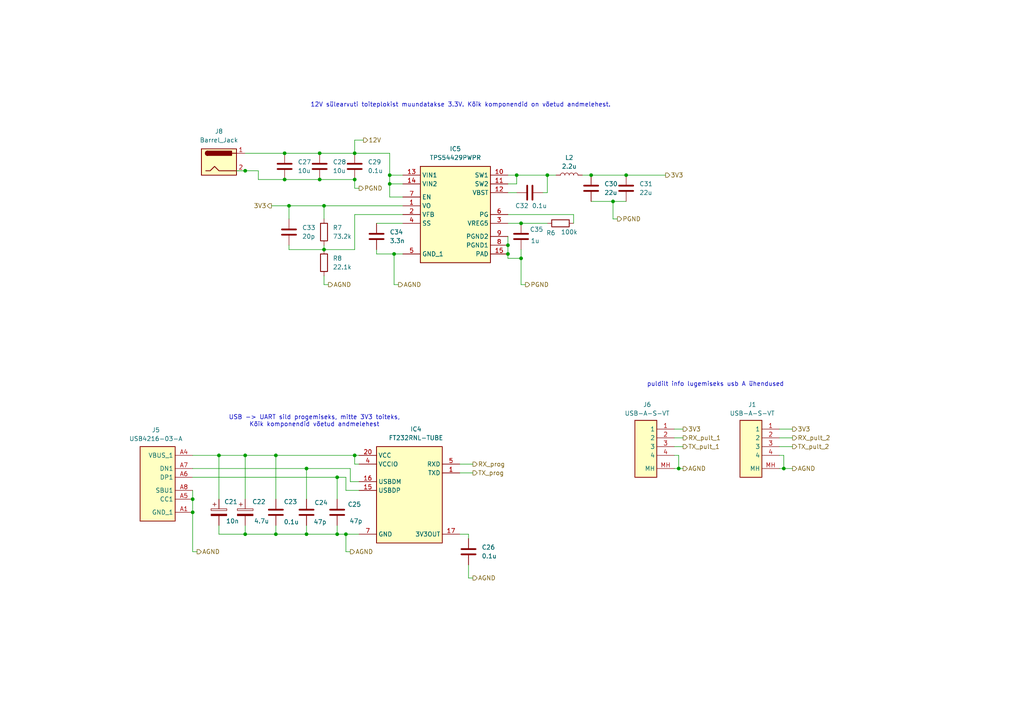
<source format=kicad_sch>
(kicad_sch (version 20250114) (generator "eeschema") (generator_version "9.0")
  (paper "A4")
  (lib_symbols
    (symbol "Connector:Barrel_Jack" (pin_names (offset 1.016))
      (property "Reference" "J8" (at 0 8.89 0))
      (property "Value" "Barrel_Jack" (at 0 6.35 0))
      (symbol "Barrel_Jack_0_1"
        (rectangle (start -5.08 3.81) (end 5.08 -3.81) (stroke (width 0.254)) (fill (type background)))
        (polyline (pts (xy -3.81 -2.54) (xy -2.54 -2.54) (xy -1.27 -1.27) (xy 0 -2.54) (xy 2.54 -2.54) (xy 5.08 -2.54)) (stroke (width 0.254)))
        (arc (start -3.302 1.905) (mid -3.9343 2.54) (end -3.302 3.175) (stroke (width 0.254)))
        (arc (start -3.302 1.905) (mid -3.9343 2.54) (end -3.302 3.175) (stroke (width 0.254)) (fill (type outline)))
        (rectangle (start 3.683 3.175) (end -3.302 1.905) (stroke (width 0.254)) (fill (type outline)))
        (polyline (pts (xy 5.08 2.54) (xy 3.81 2.54)) (stroke (width 0.254)))
      )
      (symbol "Barrel_Jack_1_1"
        (pin power_out line (at 7.62 2.54 180) (length 2.54) (name "~") (number "1"))
        (pin power_out line (at 7.62 -2.54 180) (length 2.54) (name "~") (number "2"))
      )
    )
    (symbol "Device:C" (pin_numbers (hide yes)) (pin_names (offset 0.254))
      (property "Reference" "C" (at 0.635 2.54 0))
      (property "Value" "C" (at 0.635 -2.54 0))
      (symbol "C_0_1"
        (polyline (pts (xy -2.032 0.762) (xy 2.032 0.762)) (stroke (width 0.508)))
        (polyline (pts (xy -2.032 -0.762) (xy 2.032 -0.762)) (stroke (width 0.508)))
      )
      (symbol "C_1_1"
        (pin passive line (at 0 3.81 270) (length 2.794) (name "~") (number "1"))
        (pin passive line (at 0 -3.81 90) (length 2.794) (name "~") (number "2"))
      )
    )
    (symbol "Device:C_Polarized" (pin_numbers (hide yes)) (pin_names (offset 0.254))
      (property "Reference" "C" (at 0.635 2.54 0))
      (property "Value" "C_Polarized" (at 0.635 -2.54 0))
      (symbol "C_Polarized_0_1"
        (rectangle (start -2.286 0.508) (end 2.286 1.016))
        (polyline (pts (xy -1.778 2.286) (xy -0.762 2.286)))
        (polyline (pts (xy -1.27 2.794) (xy -1.27 1.778)))
        (rectangle (start 2.286 -0.508) (end -2.286 -1.016) (fill (type outline)))
      )
      (symbol "C_Polarized_1_1"
        (pin passive line (at 0 3.81 270) (length 2.794) (name "~") (number "1"))
        (pin passive line (at 0 -3.81 90) (length 2.794) (name "~") (number "2"))
      )
    )
    (symbol "Device:L" (pin_numbers (hide yes)) (pin_names (offset 1.016) (hide yes))
      (property "Reference" "L" (at -1.27 0 90))
      (property "Value" "L" (at 1.905 0 90))
      (symbol "L_0_1"
        (arc (start 0 2.54) (mid 0.6323 1.905) (end 0 1.27))
        (arc (start 0 1.27) (mid 0.6323 0.635) (end 0 0))
        (arc (start 0 0) (mid 0.6323 -0.635) (end 0 -1.27))
        (arc (start 0 -1.27) (mid 0.6323 -1.905) (end 0 -2.54))
      )
      (symbol "L_1_1"
        (pin passive line (at 0 3.81 270) (length 1.27) (name "1") (number "1"))
        (pin passive line (at 0 -3.81 90) (length 1.27) (name "2") (number "2"))
      )
    )
    (symbol "Device:R" (pin_numbers (hide yes)) (pin_names (offset 0))
      (property "Reference" "R" (at 2.032 0 90))
      (property "Value" "R" (at 0 0 90))
      (symbol "R_0_1"
        (rectangle (start -1.016 -2.54) (end 1.016 2.54) (stroke (width 0.254)))
      )
      (symbol "R_1_1"
        (pin passive line (at 0 3.81 270) (length 1.27) (name "~") (number "1"))
        (pin passive line (at 0 -3.81 90) (length 1.27) (name "~") (number "2"))
      )
    )
    (symbol "FT232RNL-TUBE:FT232RNL-TUBE"
      (property "Reference" "IC4" (at 16.51 7.62 0))
      (property "Value" "FT232RNL-TUBE" (at 16.51 5.08 0))
      (symbol "FT232RNL-TUBE_1_1"
        (rectangle (start 5.08 2.54) (end 24.13 -25.4) (stroke (width 0.254)) (fill (type background)))
        (pin passive line (at 0 0 0) (length 5.08) (name "VCC") (number "20"))
        (pin passive line (at 0 -2.54 0) (length 5.08) (name "VCCIO") (number "4"))
        (pin bidirectional line (at 0 -7.62 0) (length 5.08) (name "USBDM") (number "16"))
        (pin bidirectional line (at 0 -10.16 0) (length 5.08) (name "USBDP") (number "15"))
        (pin no_connect line (at 0 -20.32 0) (length 5.08) (hide yes) (name "RESET#") (number "19"))
        (pin no_connect line (at 0 -20.32 0) (length 5.08) (hide yes) (name "NC_2") (number "24"))
        (pin no_connect line (at 0 -20.32 0) (length 5.08) (hide yes) (name "OSCI") (number "27"))
        (pin no_connect line (at 0 -20.32 0) (length 5.08) (hide yes) (name "NC_1") (number "8"))
        (pin power_in line (at 0 -22.86 0) (length 5.08) (hide yes) (name "GND_2") (number "18"))
        (pin power_in line (at 0 -22.86 0) (length 5.08) (hide yes) (name "GND_3") (number "21"))
        (pin power_in line (at 0 -22.86 0) (length 5.08) (hide yes) (name "AGND") (number "25"))
        (pin power_in line (at 0 -22.86 0) (length 5.08) (hide yes) (name "TEST") (number "26"))
        (pin power_in line (at 0 -22.86 0) (length 5.08) (hide yes) (name "OSCO") (number "28"))
        (pin power_in line (at 0 -22.86 0) (length 5.08) (name "GND") (number "7"))
        (pin bidirectional line (at 29.21 -2.54 180) (length 5.08) (name "RXD") (number "5"))
        (pin bidirectional line (at 29.21 -5.08 180) (length 5.08) (name "TXD") (number "1"))
        (pin no_connect line (at 29.21 -15.24 180) (length 5.08) (hide yes) (name "CTS#") (number "11"))
        (pin no_connect line (at 29.21 -15.24 180) (length 5.08) (hide yes) (name "CBUS2") (number "13"))
        (pin no_connect line (at 29.21 -15.24 180) (length 5.08) (hide yes) (name "CBUS0") (number "23"))
        (pin no_connect line (at 29.21 -15.24 180) (length 5.08) (hide yes) (name "RTS#") (number "3"))
        (pin no_connect line (at 29.21 -15.24 180) (length 5.08) (hide yes) (name "DSR#") (number "9"))
        (pin no_connect line (at 29.21 -17.78 180) (length 5.08) (hide yes) (name "DCD#") (number "10"))
        (pin no_connect line (at 29.21 -17.78 180) (length 5.08) (hide yes) (name "CBUS4") (number "12"))
        (pin no_connect line (at 29.21 -17.78 180) (length 5.08) (hide yes) (name "CBUS3") (number "14"))
        (pin no_connect line (at 29.21 -17.78 180) (length 5.08) (hide yes) (name "DTR#") (number "2"))
        (pin no_connect line (at 29.21 -17.78 180) (length 5.08) (hide yes) (name "CBUS1") (number "22"))
        (pin no_connect line (at 29.21 -17.78 180) (length 5.08) (hide yes) (name "RI#") (number "6"))
        (pin power_out line (at 29.21 -22.86 180) (length 5.08) (name "3V3OUT") (number "17"))
      )
    )
    (symbol "TPS54429PWPR:TPS54429PWPR"
      (property "Reference" "IC5" (at 15.24 7.62 0))
      (property "Value" "TPS54429PWPR" (at 15.24 5.08 0))
      (symbol "TPS54429PWPR_1_1"
        (rectangle (start 5.08 2.54) (end 25.4 -25.4) (stroke (width 0.254)) (fill (type background)))
        (pin power_in line (at 0 0 0) (length 5.08) (name "VIN1") (number "13"))
        (pin power_in line (at 0 -2.54 0) (length 5.08) (name "VIN2") (number "14"))
        (pin input line (at 0 -6.35 0) (length 5.08) (name "EN") (number "7"))
        (pin input line (at 0 -8.89 0) (length 5.08) (name "VO") (number "1"))
        (pin input line (at 0 -11.43 0) (length 5.08) (name "VFB") (number "2"))
        (pin input line (at 0 -13.97 0) (length 5.08) (name "SS") (number "4"))
        (pin power_in line (at 0 -22.86 0) (length 5.08) (name "GND_1") (number "5"))
        (pin bidirectional line (at 30.48 0 180) (length 5.08) (name "SW1") (number "10"))
        (pin bidirectional line (at 30.48 -2.54 180) (length 5.08) (name "SW2") (number "11"))
        (pin passive line (at 30.48 -5.08 180) (length 5.08) (name "VBST") (number "12"))
        (pin passive line (at 30.48 -11.43 180) (length 5.08) (name "PG") (number "6"))
        (pin passive line (at 30.48 -13.97 180) (length 5.08) (name "VREG5") (number "3"))
        (pin bidirectional line (at 30.48 -17.78 180) (length 5.08) (name "PGND2") (number "9"))
        (pin bidirectional line (at 30.48 -20.32 180) (length 5.08) (name "PGND1") (number "8"))
        (pin bidirectional line (at 30.48 -22.86 180) (length 5.08) (name "PAD") (number "15"))
      )
    )
    (symbol "USB-A-S-VT_1"
      (property "Reference" "J6" (at 14.986 7.112 0))
      (property "Value" "USB-A-S-VT" (at 14.986 4.572 0))
      (symbol "USB-A-S-VT_1_1_1"
        (rectangle (start 11.43 2.54) (end 17.78 -13.97) (stroke (width 0.254)) (fill (type background)))
        (pin power_in line (at 22.86 0 180) (length 5.08) (name "1") (number "1"))
        (pin bidirectional line (at 22.86 -2.54 180) (length 5.08) (name "2") (number "2"))
        (pin bidirectional line (at 22.86 -5.08 180) (length 5.08) (name "3") (number "3"))
        (pin power_in line (at 22.86 -7.62 180) (length 5.08) (name "4") (number "4"))
        (pin power_in line (at 22.86 -11.43 180) (length 5.08) (name "MH") (number "MH"))
        (pin power_in line (at 22.86 -11.43 180) (length 5.08) (hide yes) (name "MH1") (number "MH1"))
      )
    )
    (symbol "USB4216-03-A:USB4216-03-A"
      (property "Reference" "J5" (at 22.352 7.366 0))
      (property "Value" "USB4216-03-A" (at 22.352 4.826 0))
      (symbol "USB4216-03-A_1_1"
        (rectangle (start 17.78 2.54) (end 27.94 -19.05) (stroke (width 0.254)) (fill (type background)))
        (pin passive line (at 33.02 0 180) (length 5.08) (name "VBUS_1") (number "A4"))
        (pin passive line (at 33.02 0 180) (length 5.08) (hide yes) (name "VBUS_2") (number "B4"))
        (pin bidirectional line (at 33.02 -3.81 180) (length 5.08) (name "DN1") (number "A7"))
        (pin bidirectional line (at 33.02 -3.81 180) (length 5.08) (hide yes) (name "DN2") (number "B7"))
        (pin bidirectional line (at 33.02 -6.35 180) (length 5.08) (name "DP1") (number "A6"))
        (pin bidirectional line (at 33.02 -6.35 180) (length 5.08) (hide yes) (name "DP2") (number "B6"))
        (pin bidirectional line (at 33.02 -10.16 180) (length 5.08) (name "SBU1") (number "A8"))
        (pin bidirectional line (at 33.02 -10.16 180) (length 5.08) (hide yes) (name "SBU2") (number "B8"))
        (pin bidirectional line (at 33.02 -12.7 180) (length 5.08) (name "CC1") (number "A5"))
        (pin bidirectional line (at 33.02 -12.7 180) (length 5.08) (hide yes) (name "CC2") (number "B5"))
        (pin passive line (at 33.02 -16.51 180) (length 5.08) (name "GND_1") (number "A1"))
        (pin passive line (at 33.02 -16.51 180) (length 5.08) (hide yes) (name "GND_2") (number "B1"))
        (pin passive line (at 33.02 -16.51 180) (length 5.08) (hide yes) (name "GND_3") (number "G1"))
        (pin passive line (at 33.02 -16.51 180) (length 5.08) (hide yes) (name "GND_4") (number "G2"))
        (pin passive line (at 33.02 -16.51 180) (length 5.08) (hide yes) (name "GND_5") (number "G3"))
        (pin passive line (at 33.02 -16.51 180) (length 5.08) (hide yes) (name "GND_6") (number "G4"))
      )
    )
  )
  (text "12V sülearvuti toiteplokist muundatakse 3.3V. Kõik komponendid on võetud andmelehest." (at 133.604 30.48 0) (effects (font (size 1.27 1.27))))
  (text "USB -> UART sild progemiseks, mitte 3V3 toiteks,\nKõik komponendid võetud andmelehest" (at 91.186 122.174 0) (effects (font (size 1.27 1.27))))
  (text "puldilt info lugemiseks usb A ühendused" (at 207.518 111.506 0) (effects (font (size 1.27 1.27))))
  (junction (at 71.12 49.53))
  (junction (at 71.12 154.94))
  (junction (at 82.55 52.07))
  (junction (at 88.9 154.94))
  (junction (at 100.33 154.94))
  (junction (at 102.87 52.07))
  (junction (at 97.79 138.43))
  (junction (at 63.5 132.08))
  (junction (at 93.98 59.69))
  (junction (at 177.8 58.42))
  (junction (at 147.32 73.66))
  (junction (at 92.71 52.07))
  (junction (at 113.03 50.8))
  (junction (at 71.12 132.08))
  (junction (at 102.87 132.08))
  (junction (at 97.79 154.94))
  (junction (at 181.61 50.8))
  (junction (at 171.45 50.8))
  (junction (at 147.32 71.12))
  (junction (at 83.82 59.69))
  (junction (at 151.13 74.93))
  (junction (at 158.75 50.8))
  (junction (at 55.88 144.78))
  (junction (at 80.01 154.94))
  (junction (at 92.71 44.45))
  (junction (at 55.88 148.59))
  (junction (at 80.01 132.08))
  (junction (at 196.85 135.89))
  (junction (at 149.86 50.8))
  (junction (at 113.03 53.34))
  (junction (at 102.87 44.45))
  (junction (at 88.9 135.89))
  (junction (at 93.98 72.39))
  (junction (at 151.13 64.77))
  (junction (at 227.33 135.89))
  (junction (at 114.3 73.66))
  (junction (at 82.55 44.45))
  (wire (pts (xy 104.14 134.62) (xy 102.87 134.62)))
  (wire (pts (xy 55.88 132.08) (xy 63.5 132.08)))
  (wire (pts (xy 147.32 62.23) (xy 166.37 62.23)))
  (wire (pts (xy 147.32 50.8) (xy 149.86 50.8)))
  (wire (pts (xy 55.88 135.89) (xy 88.9 135.89)))
  (wire (pts (xy 133.35 137.16) (xy 137.16 137.16)))
  (wire (pts (xy 102.87 44.45) (xy 113.03 44.45)))
  (wire (pts (xy 177.8 63.5) (xy 179.07 63.5)))
  (wire (pts (xy 109.22 73.66) (xy 114.3 73.66)))
  (wire (pts (xy 116.84 59.69) (xy 93.98 59.69)))
  (wire (pts (xy 158.75 55.88) (xy 158.75 50.8)))
  (wire (pts (xy 147.32 71.12) (xy 147.32 73.66)))
  (wire (pts (xy 195.58 135.89) (xy 196.85 135.89)))
  (wire (pts (xy 80.01 132.08) (xy 102.87 132.08)))
  (wire (pts (xy 63.5 154.94) (xy 71.12 154.94)))
  (wire (pts (xy 196.85 135.89) (xy 198.12 135.89)))
  (wire (pts (xy 55.88 144.78) (xy 55.88 148.59)))
  (wire (pts (xy 151.13 64.77) (xy 158.75 64.77)))
  (wire (pts (xy 227.33 132.08) (xy 227.33 135.89)))
  (wire (pts (xy 102.87 52.07) (xy 102.87 54.61)))
  (wire (pts (xy 133.35 154.94) (xy 135.89 154.94)))
  (wire (pts (xy 71.12 44.45) (xy 82.55 44.45)))
  (wire (pts (xy 102.87 54.61) (xy 104.14 54.61)))
  (wire (pts (xy 195.58 132.08) (xy 196.85 132.08)))
  (wire (pts (xy 100.33 160.02) (xy 101.6 160.02)))
  (wire (pts (xy 74.93 49.53) (xy 74.93 52.07)))
  (wire (pts (xy 82.55 44.45) (xy 92.71 44.45)))
  (wire (pts (xy 102.87 40.64) (xy 105.41 40.64)))
  (wire (pts (xy 226.06 132.08) (xy 227.33 132.08)))
  (wire (pts (xy 88.9 135.89) (xy 101.6 135.89)))
  (wire (pts (xy 135.89 167.64) (xy 137.16 167.64)))
  (wire (pts (xy 166.37 62.23) (xy 166.37 64.77)))
  (wire (pts (xy 226.06 124.46) (xy 229.87 124.46)))
  (wire (pts (xy 102.87 62.23) (xy 116.84 62.23)))
  (wire (pts (xy 227.33 135.89) (xy 229.87 135.89)))
  (wire (pts (xy 226.06 129.54) (xy 229.87 129.54)))
  (wire (pts (xy 83.82 71.12) (xy 83.82 72.39)))
  (wire (pts (xy 147.32 64.77) (xy 151.13 64.77)))
  (wire (pts (xy 93.98 80.01) (xy 93.98 82.55)))
  (wire (pts (xy 63.5 132.08) (xy 63.5 144.78)))
  (wire (pts (xy 88.9 135.89) (xy 88.9 144.78)))
  (wire (pts (xy 63.5 154.94) (xy 63.5 152.4)))
  (wire (pts (xy 102.87 132.08) (xy 104.14 132.08)))
  (wire (pts (xy 93.98 72.39) (xy 93.98 71.12)))
  (wire (pts (xy 88.9 154.94) (xy 88.9 152.4)))
  (wire (pts (xy 147.32 74.93) (xy 151.13 74.93)))
  (wire (pts (xy 168.91 50.8) (xy 171.45 50.8)))
  (wire (pts (xy 97.79 154.94) (xy 100.33 154.94)))
  (wire (pts (xy 109.22 64.77) (xy 116.84 64.77)))
  (wire (pts (xy 93.98 72.39) (xy 102.87 72.39)))
  (wire (pts (xy 80.01 154.94) (xy 88.9 154.94)))
  (wire (pts (xy 92.71 52.07) (xy 102.87 52.07)))
  (wire (pts (xy 196.85 132.08) (xy 196.85 135.89)))
  (wire (pts (xy 114.3 73.66) (xy 116.84 73.66)))
  (wire (pts (xy 68.58 49.53) (xy 71.12 49.53)))
  (wire (pts (xy 226.06 127) (xy 229.87 127)))
  (wire (pts (xy 102.87 44.45) (xy 102.87 40.64)))
  (wire (pts (xy 100.33 142.24) (xy 104.14 142.24)))
  (wire (pts (xy 151.13 74.93) (xy 151.13 82.55)))
  (wire (pts (xy 195.58 127) (xy 198.12 127)))
  (wire (pts (xy 97.79 138.43) (xy 100.33 138.43)))
  (wire (pts (xy 114.3 73.66) (xy 114.3 82.55)))
  (wire (pts (xy 83.82 59.69) (xy 93.98 59.69)))
  (wire (pts (xy 135.89 163.83) (xy 135.89 167.64)))
  (wire (pts (xy 83.82 63.5) (xy 83.82 59.69)))
  (wire (pts (xy 149.86 50.8) (xy 149.86 53.34)))
  (wire (pts (xy 157.48 55.88) (xy 158.75 55.88)))
  (wire (pts (xy 181.61 50.8) (xy 193.04 50.8)))
  (wire (pts (xy 113.03 50.8) (xy 113.03 53.34)))
  (wire (pts (xy 97.79 154.94) (xy 97.79 152.4)))
  (wire (pts (xy 97.79 138.43) (xy 97.79 144.78)))
  (wire (pts (xy 151.13 72.39) (xy 151.13 74.93)))
  (wire (pts (xy 71.12 49.53) (xy 74.93 49.53)))
  (wire (pts (xy 147.32 68.58) (xy 147.32 71.12)))
  (wire (pts (xy 102.87 132.08) (xy 102.87 134.62)))
  (wire (pts (xy 71.12 132.08) (xy 71.12 144.78)))
  (wire (pts (xy 226.06 135.89) (xy 227.33 135.89)))
  (wire (pts (xy 109.22 72.39) (xy 109.22 73.66)))
  (wire (pts (xy 147.32 73.66) (xy 147.32 74.93)))
  (wire (pts (xy 195.58 129.54) (xy 198.12 129.54)))
  (wire (pts (xy 158.75 50.8) (xy 161.29 50.8)))
  (wire (pts (xy 55.88 142.24) (xy 55.88 144.78)))
  (wire (pts (xy 93.98 82.55) (xy 95.25 82.55)))
  (wire (pts (xy 177.8 58.42) (xy 181.61 58.42)))
  (wire (pts (xy 177.8 58.42) (xy 177.8 63.5)))
  (wire (pts (xy 92.71 44.45) (xy 102.87 44.45)))
  (wire (pts (xy 102.87 72.39) (xy 102.87 62.23)))
  (wire (pts (xy 149.86 50.8) (xy 158.75 50.8)))
  (wire (pts (xy 113.03 53.34) (xy 113.03 57.15)))
  (wire (pts (xy 133.35 134.62) (xy 137.16 134.62)))
  (wire (pts (xy 78.74 59.69) (xy 83.82 59.69)))
  (wire (pts (xy 101.6 139.7) (xy 104.14 139.7)))
  (wire (pts (xy 82.55 52.07) (xy 92.71 52.07)))
  (wire (pts (xy 100.33 154.94) (xy 104.14 154.94)))
  (wire (pts (xy 151.13 82.55) (xy 152.4 82.55)))
  (wire (pts (xy 55.88 148.59) (xy 55.88 160.02)))
  (wire (pts (xy 93.98 59.69) (xy 93.98 63.5)))
  (wire (pts (xy 101.6 135.89) (xy 101.6 139.7)))
  (wire (pts (xy 171.45 50.8) (xy 181.61 50.8)))
  (wire (pts (xy 80.01 154.94) (xy 80.01 152.4)))
  (wire (pts (xy 71.12 132.08) (xy 80.01 132.08)))
  (wire (pts (xy 114.3 82.55) (xy 115.57 82.55)))
  (wire (pts (xy 113.03 57.15) (xy 116.84 57.15)))
  (wire (pts (xy 55.88 138.43) (xy 97.79 138.43)))
  (wire (pts (xy 88.9 154.94) (xy 97.79 154.94)))
  (wire (pts (xy 63.5 132.08) (xy 71.12 132.08)))
  (wire (pts (xy 71.12 154.94) (xy 80.01 154.94)))
  (wire (pts (xy 147.32 53.34) (xy 149.86 53.34)))
  (wire (pts (xy 195.58 124.46) (xy 198.12 124.46)))
  (wire (pts (xy 135.89 154.94) (xy 135.89 156.21)))
  (wire (pts (xy 171.45 58.42) (xy 177.8 58.42)))
  (wire (pts (xy 100.33 154.94) (xy 100.33 160.02)))
  (wire (pts (xy 55.88 160.02) (xy 57.15 160.02)))
  (wire (pts (xy 113.03 50.8) (xy 113.03 44.45)))
  (wire (pts (xy 71.12 154.94) (xy 71.12 152.4)))
  (wire (pts (xy 100.33 138.43) (xy 100.33 142.24)))
  (wire (pts (xy 74.93 52.07) (xy 82.55 52.07)))
  (wire (pts (xy 147.32 55.88) (xy 149.86 55.88)))
  (wire (pts (xy 83.82 72.39) (xy 93.98 72.39)))
  (wire (pts (xy 113.03 50.8) (xy 116.84 50.8)))
  (wire (pts (xy 113.03 53.34) (xy 116.84 53.34)))
  (wire (pts (xy 80.01 132.08) (xy 80.01 144.78)))
  (hierarchical_label "AGND" (shape output) (at 57.15 160.02 0))
  (hierarchical_label "PGND" (shape output) (at 179.07 63.5 0))
  (hierarchical_label "TX_prog" (shape output) (at 137.16 137.16 0))
  (hierarchical_label "AGND" (shape output) (at 115.57 82.55 0))
  (hierarchical_label "RX_pult_1" (shape output) (at 198.12 127 0))
  (hierarchical_label "3V3" (shape output) (at 78.74 59.69 180))
  (hierarchical_label "AGND" (shape output) (at 198.12 135.89 0))
  (hierarchical_label "AGND" (shape output) (at 229.87 135.89 0))
  (hierarchical_label "PGND" (shape output) (at 152.4 82.55 0))
  (hierarchical_label "12V" (shape output) (at 105.41 40.64 0))
  (hierarchical_label "RX_prog" (shape output) (at 137.16 134.62 0))
  (hierarchical_label "AGND" (shape output) (at 101.6 160.02 0))
  (hierarchical_label "AGND" (shape output) (at 95.25 82.55 0))
  (hierarchical_label "RX_pult_2" (shape output) (at 229.87 127 0))
  (hierarchical_label "AGND" (shape output) (at 137.16 167.64 0))
  (hierarchical_label "TX_pult_2" (shape output) (at 229.87 129.54 0))
  (hierarchical_label "PGND" (shape output) (at 104.14 54.61 0))
  (hierarchical_label "3V3" (shape output) (at 198.12 124.46 0))
  (hierarchical_label "TX_pult_1" (shape output) (at 198.12 129.54 0))
  (hierarchical_label "3V3" (shape output) (at 229.87 124.46 0))
  (hierarchical_label "3V3" (shape output) (at 193.04 50.8 0))
  (symbol (lib_id "TPS54429PWPR:TPS54429PWPR") (at 116.84 50.8 0) (unit 1)
    (property "Reference" "IC5" (at 132.08 43.18 0))
    (property "Value" "TPS54429PWPR" (at 132.08 45.72 0))
    (property "Footprint" "SOP65P640X120-15N" (effects (hide yes)))
    (property "Datasheet" "http://www.ti.com/lit/gpn/tps54429" (effects (hide yes)))
    (property "Description" "7V to 18V Input, 4.5A Synchronous Step-Down DCAP2 Mode Converter" (effects (hide yes)))
    (property "Height" "1.2" (effects (hide yes)))
    (property "Mouser Part Number" "595-TPS54429PWPR" (effects (hide yes)))
    (property "Mouser Price/Stock" "https://www.mouser.co.uk/ProductDetail/Texas-Instruments/TPS54429PWPR?qs=QtI0yD1FyONGxDVqigl07Q%3D%3D" (effects (hide yes)))
    (property "Manufacturer_Name" "Texas Instruments" (effects (hide yes)))
    (property "Manufacturer_Part_Number" "TPS54429PWPR" (effects (hide yes)))
  )
  (symbol (lib_id "Device:C") (at 92.71 48.26 0) (unit 1)
    (property "Reference" "C28" (at 96.52 46.9899 0) (effects (justify left)))
    (property "Value" "10u" (at 96.52 49.5299 0) (effects (justify left)))
    (property "Description" "Unpolarized capacitor" (effects (hide yes)))
  )
  (symbol (lib_id "Device:C_Polarized") (at 63.5 148.59 0) (unit 1)
    (property "Reference" "C21" (at 65.024 145.542 0) (effects (justify left)))
    (property "Value" "10n" (at 65.532 151.13 0) (effects (justify left)))
    (property "Description" "Polarized capacitor" (effects (hide yes)))
  )
  (symbol (lib_id "Device:R") (at 162.56 64.77 90) (unit 1)
    (property "Reference" "R6" (at 159.766 67.564 90))
    (property "Value" "100k" (at 165.1 67.31 90))
    (property "Description" "Resistor" (effects (hide yes)))
  )
  (symbol (lib_id "Device:C") (at 80.01 148.59 0) (unit 1)
    (property "Reference" "C23" (at 82.296 145.542 0) (effects (justify left)))
    (property "Value" "0.1u" (at 82.296 151.384 0) (effects (justify left)))
    (property "Description" "Unpolarized capacitor" (effects (hide yes)))
  )
  (symbol (lib_id "Device:C") (at 88.9 148.59 0) (unit 1)
    (property "Reference" "C24" (at 91.186 145.796 0) (effects (justify left)))
    (property "Value" "47p" (at 90.932 151.384 0) (effects (justify left)))
    (property "Description" "Unpolarized capacitor" (effects (hide yes)))
  )
  (symbol (lib_id "Device:C") (at 83.82 67.31 0) (unit 1)
    (property "Reference" "C33" (at 87.63 66.0399 0) (effects (justify left)))
    (property "Value" "20p" (at 87.63 68.5799 0) (effects (justify left)))
    (property "Description" "Unpolarized capacitor" (effects (hide yes)))
  )
  (symbol (lib_id "Device:C") (at 97.79 148.59 0) (unit 1)
    (property "Reference" "C25" (at 100.838 146.304 0) (effects (justify left)))
    (property "Value" "47p" (at 101.346 151.13 0) (effects (justify left)))
    (property "Description" "Unpolarized capacitor" (effects (hide yes)))
  )
  (symbol (lib_id "Device:R") (at 93.98 76.2 0) (unit 1)
    (property "Reference" "R8" (at 96.52 74.9299 0) (effects (justify left)))
    (property "Value" "22.1k" (at 96.52 77.4699 0) (effects (justify left)))
    (property "Description" "Resistor" (effects (hide yes)))
  )
  (symbol (lib_id "FT232RNL-TUBE:FT232RNL-TUBE") (at 104.14 132.08 0) (unit 1)
    (property "Reference" "IC4" (at 120.65 124.46 0))
    (property "Value" "FT232RNL-TUBE" (at 120.65 127 0))
    (property "Footprint" "SOP65P780X200-28N" (effects (hide yes)))
    (property "Datasheet" "https://ftdichip.com/wp-content/uploads/2023/03/DS_FT232RN.pdf" (effects (hide yes)))
    (property "Description" "USB Interface IC USB Full Speed to Serial UART IC, Includes Oscillator and EEPROM, SSOP-28" (effects (hide yes)))
    (property "Height" "2" (effects (hide yes)))
    (property "Mouser Part Number" "895-FT232RNL-TUBE" (effects (hide yes)))
    (property "Mouser Price/Stock" "https://www.mouser.co.uk/ProductDetail/FTDI/FT232RNL-TUBE?qs=By6Nw2ByBD3n6DWgWW3egA%3D%3D" (effects (hide yes)))
    (property "Manufacturer_Name" "FTDI Chip" (effects (hide yes)))
    (property "Manufacturer_Part_Number" "FT232RNL-TUBE" (effects (hide yes)))
  )
  (symbol (lib_id "Device:R") (at 93.98 67.31 0) (unit 1)
    (property "Reference" "R7" (at 96.52 66.0399 0) (effects (justify left)))
    (property "Value" "73.2k" (at 96.52 68.5799 0) (effects (justify left)))
    (property "Description" "Resistor" (effects (hide yes)))
  )
  (symbol (lib_id "USB4216-03-A:USB4216-03-A") (at 22.86 132.08 0) (unit 1)
    (property "Reference" "J5" (at 45.212 124.714 0))
    (property "Value" "USB4216-03-A" (at 45.212 127.254 0))
    (property "Footprint" "USB421603A" (effects (hide yes)))
    (property "Description" "USB Connectors USB C Receptacle, Short Body, USB2.0, 16Pin, Horizontal, SMT" (effects (hide yes)))
    (property "Manufacturer_Name" "GCT (GLOBAL CONNECTOR TECHNOLOGY)" (effects (hide yes)))
    (property "Manufacturer_Part_Number" "USB4216-03-A" (effects (hide yes)))
  )
  (symbol (lib_id "Device:L") (at 165.1 50.8 90) (unit 1)
    (property "Reference" "L2" (at 165.1 45.72 90))
    (property "Value" "2.2u" (at 165.1 48.26 90))
    (property "Description" "Inductor" (effects (hide yes)))
  )
  (symbol (lib_id "Device:C") (at 82.55 48.26 0) (unit 1)
    (property "Reference" "C27" (at 86.36 46.9899 0) (effects (justify left)))
    (property "Value" "10u" (at 86.36 49.5299 0) (effects (justify left)))
    (property "Description" "Unpolarized capacitor" (effects (hide yes)))
  )
  (symbol (lib_name "USB-A-S-VT_1") (lib_id "USB-A-S-VT:USB-A-S-VT") (at 203.2 124.46 0) (unit 1)
    (property "Reference" "J1" (at 218.186 117.348 0))
    (property "Value" "USB-A-S-VT" (at 218.186 119.888 0))
    (property "Footprint" "USBASVT" (effects (hide yes)))
    (property "Description" "MULTICOMP USB-A-S-VTUSB Connector, USB Type A, USB 2.0, Receptacle, 4 Ways, Through Hole Mount, Vertical" (effects (hide yes)))
    (property "Height" "15" (effects (hide yes)))
    (property "Manufacturer_Name" "Multicomp Pro" (effects (hide yes)))
    (property "Manufacturer_Part_Number" "USB-A-S-VT" (effects (hide yes)))
  )
  (symbol (lib_id "Device:C") (at 153.67 55.88 90) (unit 1)
    (property "Reference" "C32" (at 151.384 59.69 90))
    (property "Value" "0.1u" (at 156.464 59.69 90))
    (property "Description" "Unpolarized capacitor" (effects (hide yes)))
  )
  (symbol (lib_id "Device:C") (at 181.61 54.61 0) (unit 1)
    (property "Reference" "C31" (at 185.42 53.3399 0) (effects (justify left)))
    (property "Value" "22u" (at 185.42 55.8799 0) (effects (justify left)))
    (property "Description" "Unpolarized capacitor" (effects (hide yes)))
  )
  (symbol (lib_id "Device:C") (at 102.87 48.26 0) (unit 1)
    (property "Reference" "C29" (at 106.68 46.9899 0) (effects (justify left)))
    (property "Value" "0.1u" (at 106.68 49.5299 0) (effects (justify left)))
    (property "Description" "Unpolarized capacitor" (effects (hide yes)))
  )
  (symbol (lib_id "Device:C") (at 171.45 54.61 0) (unit 1)
    (property "Reference" "C30" (at 175.26 53.3399 0) (effects (justify left)))
    (property "Value" "22u" (at 175.26 55.8799 0) (effects (justify left)))
    (property "Description" "Unpolarized capacitor" (effects (hide yes)))
  )
  (symbol (lib_id "Device:C") (at 109.22 68.58 0) (unit 1)
    (property "Reference" "C34" (at 113.03 67.3099 0) (effects (justify left)))
    (property "Value" "3.3n" (at 113.03 69.8499 0) (effects (justify left)))
    (property "Description" "Unpolarized capacitor" (effects (hide yes)))
  )
  (symbol (lib_id "Connector:Barrel_Jack") (at 63.5 46.99 0) (unit 1)
    (property "Reference" "J8" (at 63.5 38.1 0))
    (property "Value" "Barrel_Jack" (at 63.5 40.64 0))
    (property "Description" "DC Barrel Jack" (effects (hide yes)))
  )
  (symbol (lib_id "Device:C") (at 151.13 68.58 0) (unit 1)
    (property "Reference" "C35" (at 153.67 66.548 0) (effects (justify left)))
    (property "Value" "1u" (at 153.924 69.85 0) (effects (justify left)))
    (property "Description" "Unpolarized capacitor" (effects (hide yes)))
  )
  (symbol (lib_id "Device:C_Polarized") (at 71.12 148.59 0) (unit 1)
    (property "Reference" "C22" (at 73.152 145.542 0) (effects (justify left)))
    (property "Value" "4.7u" (at 73.66 151.13 0) (effects (justify left)))
    (property "Description" "Polarized capacitor" (effects (hide yes)))
  )
  (symbol (lib_name "USB-A-S-VT_1") (lib_id "USB-A-S-VT:USB-A-S-VT") (at 172.72 124.46 0) (unit 1)
    (property "Reference" "J6" (at 187.706 117.348 0))
    (property "Value" "USB-A-S-VT" (at 187.706 119.888 0))
    (property "Footprint" "USBASVT" (effects (hide yes)))
    (property "Description" "MULTICOMP USB-A-S-VTUSB Connector, USB Type A, USB 2.0, Receptacle, 4 Ways, Through Hole Mount, Vertical" (effects (hide yes)))
    (property "Height" "15" (effects (hide yes)))
    (property "Manufacturer_Name" "Multicomp Pro" (effects (hide yes)))
    (property "Manufacturer_Part_Number" "USB-A-S-VT" (effects (hide yes)))
  )
  (symbol (lib_id "Device:C") (at 135.89 160.02 0) (unit 1)
    (property "Reference" "C26" (at 139.7 158.7499 0) (effects (justify left)))
    (property "Value" "0.1u" (at 139.7 161.2899 0) (effects (justify left)))
    (property "Description" "Unpolarized capacitor" (effects (hide yes)))
  )
)
</source>
